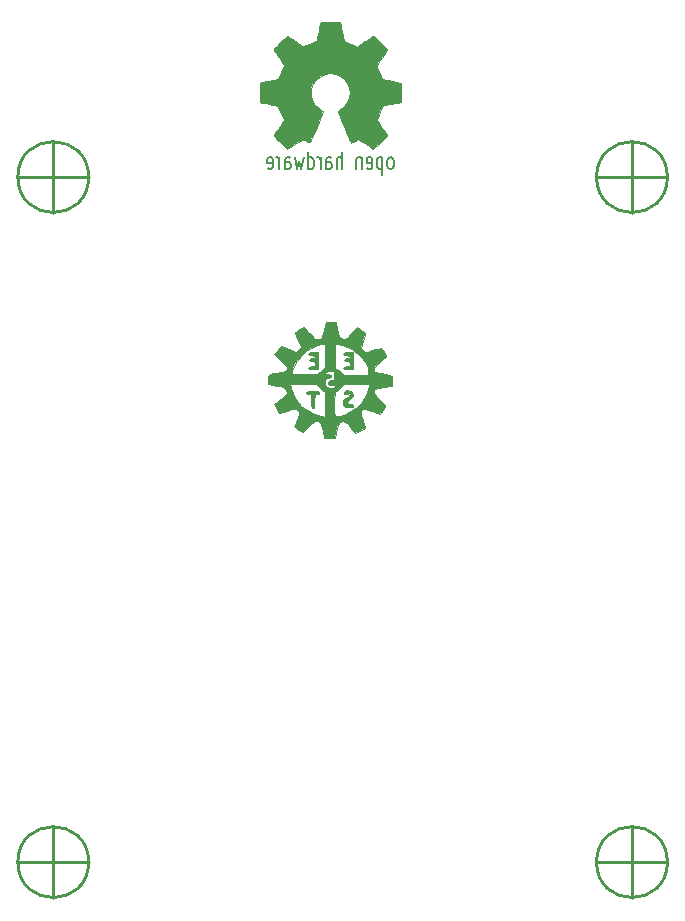
<source format=gbr>
%TF.GenerationSoftware,KiCad,Pcbnew,5.1.10-88a1d61d58~90~ubuntu20.04.1*%
%TF.CreationDate,2021-10-22T14:45:26-03:00*%
%TF.ProjectId,IAuto,49417574-6f2e-46b6-9963-61645f706362,rev?*%
%TF.SameCoordinates,Original*%
%TF.FileFunction,Legend,Bot*%
%TF.FilePolarity,Positive*%
%FSLAX46Y46*%
G04 Gerber Fmt 4.6, Leading zero omitted, Abs format (unit mm)*
G04 Created by KiCad (PCBNEW 5.1.10-88a1d61d58~90~ubuntu20.04.1) date 2021-10-22 14:45:26*
%MOMM*%
%LPD*%
G01*
G04 APERTURE LIST*
%ADD10C,0.010000*%
%ADD11C,0.002540*%
%ADD12C,0.150000*%
%ADD13C,0.254000*%
G04 APERTURE END LIST*
D10*
%TO.C,G\u002A\u002A\u002A*%
G36*
X146757449Y-76848595D02*
G01*
X146627423Y-76895668D01*
X146600334Y-76962000D01*
X146664593Y-77055931D01*
X146869678Y-77088770D01*
X146896667Y-77089000D01*
X147115840Y-77116539D01*
X147192465Y-77204433D01*
X147193000Y-77216000D01*
X147117272Y-77316826D01*
X146939000Y-77343000D01*
X146737348Y-77380864D01*
X146685000Y-77470000D01*
X146760729Y-77570826D01*
X146939000Y-77597000D01*
X147120527Y-77619781D01*
X147186935Y-77716621D01*
X147193000Y-77808666D01*
X147170860Y-77951808D01*
X147071229Y-78010407D01*
X146896667Y-78020333D01*
X146677494Y-78047873D01*
X146600870Y-78135766D01*
X146600334Y-78147333D01*
X146645653Y-78227198D01*
X146802561Y-78266206D01*
X147023667Y-78274333D01*
X147447000Y-78274333D01*
X147447000Y-76835000D01*
X147023667Y-76835000D01*
X146757449Y-76848595D01*
G37*
X146757449Y-76848595D02*
X146627423Y-76895668D01*
X146600334Y-76962000D01*
X146664593Y-77055931D01*
X146869678Y-77088770D01*
X146896667Y-77089000D01*
X147115840Y-77116539D01*
X147192465Y-77204433D01*
X147193000Y-77216000D01*
X147117272Y-77316826D01*
X146939000Y-77343000D01*
X146737348Y-77380864D01*
X146685000Y-77470000D01*
X146760729Y-77570826D01*
X146939000Y-77597000D01*
X147120527Y-77619781D01*
X147186935Y-77716621D01*
X147193000Y-77808666D01*
X147170860Y-77951808D01*
X147071229Y-78010407D01*
X146896667Y-78020333D01*
X146677494Y-78047873D01*
X146600870Y-78135766D01*
X146600334Y-78147333D01*
X146645653Y-78227198D01*
X146802561Y-78266206D01*
X147023667Y-78274333D01*
X147447000Y-78274333D01*
X147447000Y-76835000D01*
X147023667Y-76835000D01*
X146757449Y-76848595D01*
G36*
X149720782Y-76848595D02*
G01*
X149590756Y-76895668D01*
X149563667Y-76962000D01*
X149627927Y-77055931D01*
X149833012Y-77088770D01*
X149860000Y-77089000D01*
X150079174Y-77116539D01*
X150155798Y-77204433D01*
X150156334Y-77216000D01*
X150080606Y-77316826D01*
X149902334Y-77343000D01*
X149700682Y-77380864D01*
X149648334Y-77470000D01*
X149724062Y-77570826D01*
X149902334Y-77597000D01*
X150083861Y-77619781D01*
X150150268Y-77716621D01*
X150156334Y-77808666D01*
X150134194Y-77951808D01*
X150034562Y-78010407D01*
X149860000Y-78020333D01*
X149640827Y-78047873D01*
X149564203Y-78135766D01*
X149563667Y-78147333D01*
X149608987Y-78227198D01*
X149765894Y-78266206D01*
X149987000Y-78274333D01*
X150410334Y-78274333D01*
X150410334Y-76835000D01*
X149987000Y-76835000D01*
X149720782Y-76848595D01*
G37*
X149720782Y-76848595D02*
X149590756Y-76895668D01*
X149563667Y-76962000D01*
X149627927Y-77055931D01*
X149833012Y-77088770D01*
X149860000Y-77089000D01*
X150079174Y-77116539D01*
X150155798Y-77204433D01*
X150156334Y-77216000D01*
X150080606Y-77316826D01*
X149902334Y-77343000D01*
X149700682Y-77380864D01*
X149648334Y-77470000D01*
X149724062Y-77570826D01*
X149902334Y-77597000D01*
X150083861Y-77619781D01*
X150150268Y-77716621D01*
X150156334Y-77808666D01*
X150134194Y-77951808D01*
X150034562Y-78010407D01*
X149860000Y-78020333D01*
X149640827Y-78047873D01*
X149564203Y-78135766D01*
X149563667Y-78147333D01*
X149608987Y-78227198D01*
X149765894Y-78266206D01*
X149987000Y-78274333D01*
X150410334Y-78274333D01*
X150410334Y-76835000D01*
X149987000Y-76835000D01*
X149720782Y-76848595D01*
G36*
X149687388Y-80115294D02*
G01*
X149582465Y-80228382D01*
X149580177Y-80238378D01*
X149587883Y-80329010D01*
X149686210Y-80352928D01*
X149866013Y-80331289D01*
X150070814Y-80310767D01*
X150145254Y-80345636D01*
X150139844Y-80399244D01*
X150037738Y-80530035D01*
X149925844Y-80605972D01*
X149625550Y-80803287D01*
X149489956Y-81007700D01*
X149520780Y-81214831D01*
X149633834Y-81351544D01*
X149812479Y-81444026D01*
X150047162Y-81489778D01*
X150260042Y-81479754D01*
X150353889Y-81435222D01*
X150418813Y-81304869D01*
X150333185Y-81216172D01*
X150113850Y-81185230D01*
X150092834Y-81185676D01*
X149859200Y-81162962D01*
X149781004Y-81085509D01*
X149859119Y-80967728D01*
X150071667Y-80835205D01*
X150307803Y-80658441D01*
X150395306Y-80452220D01*
X150326156Y-80241897D01*
X150277220Y-80185314D01*
X150099681Y-80088819D01*
X149881432Y-80067126D01*
X149687388Y-80115294D01*
G37*
X149687388Y-80115294D02*
X149582465Y-80228382D01*
X149580177Y-80238378D01*
X149587883Y-80329010D01*
X149686210Y-80352928D01*
X149866013Y-80331289D01*
X150070814Y-80310767D01*
X150145254Y-80345636D01*
X150139844Y-80399244D01*
X150037738Y-80530035D01*
X149925844Y-80605972D01*
X149625550Y-80803287D01*
X149489956Y-81007700D01*
X149520780Y-81214831D01*
X149633834Y-81351544D01*
X149812479Y-81444026D01*
X150047162Y-81489778D01*
X150260042Y-81479754D01*
X150353889Y-81435222D01*
X150418813Y-81304869D01*
X150333185Y-81216172D01*
X150113850Y-81185230D01*
X150092834Y-81185676D01*
X149859200Y-81162962D01*
X149781004Y-81085509D01*
X149859119Y-80967728D01*
X150071667Y-80835205D01*
X150307803Y-80658441D01*
X150395306Y-80452220D01*
X150326156Y-80241897D01*
X150277220Y-80185314D01*
X150099681Y-80088819D01*
X149881432Y-80067126D01*
X149687388Y-80115294D01*
G36*
X146672644Y-80145478D02*
G01*
X146501072Y-80175774D01*
X146435030Y-80235177D01*
X146431000Y-80264000D01*
X146504601Y-80366143D01*
X146642667Y-80391000D01*
X146753251Y-80399715D01*
X146816541Y-80450459D01*
X146845714Y-80580132D01*
X146853948Y-80825631D01*
X146854334Y-80983666D01*
X146861803Y-81305672D01*
X146888658Y-81489966D01*
X146941574Y-81567692D01*
X146981334Y-81576333D01*
X147050335Y-81541478D01*
X147089827Y-81416153D01*
X147106482Y-81169212D01*
X147108334Y-80983666D01*
X147111446Y-80674030D01*
X147129570Y-80496819D01*
X147175881Y-80415135D01*
X147263559Y-80392078D01*
X147320000Y-80391000D01*
X147490239Y-80346839D01*
X147531667Y-80264000D01*
X147494927Y-80192763D01*
X147363645Y-80153170D01*
X147106232Y-80137929D01*
X146981334Y-80137000D01*
X146672644Y-80145478D01*
G37*
X146672644Y-80145478D02*
X146501072Y-80175774D01*
X146435030Y-80235177D01*
X146431000Y-80264000D01*
X146504601Y-80366143D01*
X146642667Y-80391000D01*
X146753251Y-80399715D01*
X146816541Y-80450459D01*
X146845714Y-80580132D01*
X146853948Y-80825631D01*
X146854334Y-80983666D01*
X146861803Y-81305672D01*
X146888658Y-81489966D01*
X146941574Y-81567692D01*
X146981334Y-81576333D01*
X147050335Y-81541478D01*
X147089827Y-81416153D01*
X147106482Y-81169212D01*
X147108334Y-80983666D01*
X147111446Y-80674030D01*
X147129570Y-80496819D01*
X147175881Y-80415135D01*
X147263559Y-80392078D01*
X147320000Y-80391000D01*
X147490239Y-80346839D01*
X147531667Y-80264000D01*
X147494927Y-80192763D01*
X147363645Y-80153170D01*
X147106232Y-80137929D01*
X146981334Y-80137000D01*
X146672644Y-80145478D01*
G36*
X147923639Y-74969143D02*
G01*
X147849067Y-75302223D01*
X147787211Y-75505779D01*
X147716578Y-75616132D01*
X147615676Y-75669600D01*
X147492977Y-75696902D01*
X147317701Y-75714745D01*
X147178841Y-75671227D01*
X147023692Y-75539562D01*
X146882591Y-75386683D01*
X146603605Y-75077565D01*
X146413617Y-74877459D01*
X146291991Y-74766328D01*
X146218094Y-74724130D01*
X146198167Y-74722005D01*
X146087882Y-74763878D01*
X145901938Y-74860916D01*
X145698380Y-74979466D01*
X145535251Y-75085872D01*
X145470895Y-75143692D01*
X145493941Y-75237720D01*
X145567218Y-75447196D01*
X145676172Y-75731117D01*
X145705165Y-75803676D01*
X145952996Y-76419300D01*
X145767284Y-76605012D01*
X145581572Y-76790725D01*
X144926786Y-76554410D01*
X144272000Y-76318096D01*
X143998093Y-76640048D01*
X143840119Y-76834364D01*
X143740528Y-76973445D01*
X143722927Y-77010464D01*
X143781493Y-77084705D01*
X143938766Y-77240809D01*
X144165253Y-77450008D01*
X144261062Y-77535435D01*
X144531785Y-77784424D01*
X144690342Y-77961272D01*
X144759102Y-78096671D01*
X144760537Y-78220764D01*
X144721273Y-78340781D01*
X144635895Y-78423791D01*
X144470865Y-78484025D01*
X144192645Y-78535709D01*
X143933334Y-78571707D01*
X143586082Y-78620500D01*
X143373578Y-78672015D01*
X143262733Y-78751445D01*
X143220459Y-78883986D01*
X143213669Y-79094831D01*
X143213667Y-79119689D01*
X143213667Y-79530301D01*
X143641168Y-79621984D01*
X143931647Y-79675948D01*
X144183906Y-79708898D01*
X144270120Y-79713666D01*
X144470603Y-79765554D01*
X144648561Y-79888657D01*
X144736392Y-80034137D01*
X144737667Y-80051456D01*
X144765327Y-80189866D01*
X144782179Y-80239146D01*
X144738823Y-80351398D01*
X144562046Y-80532134D01*
X144274179Y-80760824D01*
X144018025Y-80953685D01*
X143824943Y-81108161D01*
X143727430Y-81197940D01*
X143721667Y-81208176D01*
X143760906Y-81299074D01*
X143861068Y-81485055D01*
X143936355Y-81616183D01*
X144151043Y-81982520D01*
X144821424Y-81762747D01*
X145151152Y-81657019D01*
X145361076Y-81602175D01*
X145491910Y-81595177D01*
X145584367Y-81632984D01*
X145665070Y-81699776D01*
X145778503Y-81819445D01*
X145824197Y-81941406D01*
X145800212Y-82108252D01*
X145704604Y-82362572D01*
X145626667Y-82541879D01*
X145515096Y-82804896D01*
X145438404Y-83006222D01*
X145415000Y-83091496D01*
X145479764Y-83175415D01*
X145644835Y-83310294D01*
X145764267Y-83393631D01*
X146113533Y-83624764D01*
X146636005Y-83106935D01*
X146891844Y-82858250D01*
X147064953Y-82711519D01*
X147190524Y-82647170D01*
X147303748Y-82645630D01*
X147409628Y-82676658D01*
X147538045Y-82734874D01*
X147627995Y-82827389D01*
X147699675Y-82992463D01*
X147773280Y-83268351D01*
X147812732Y-83440271D01*
X147964686Y-84116333D01*
X148874328Y-84116333D01*
X148970360Y-83629500D01*
X149054258Y-83229407D01*
X149127258Y-82964771D01*
X149204455Y-82803721D01*
X149300942Y-82714386D01*
X149426523Y-82666299D01*
X149571962Y-82658071D01*
X149727686Y-82723976D01*
X149915317Y-82881547D01*
X150156481Y-83148318D01*
X150414466Y-83467356D01*
X150581691Y-83679948D01*
X150982846Y-83460498D01*
X151208917Y-83336493D01*
X151363447Y-83251100D01*
X151404364Y-83227938D01*
X151388799Y-83147779D01*
X151329548Y-82945897D01*
X151238095Y-82660660D01*
X151203404Y-82556559D01*
X151096263Y-82231289D01*
X151040935Y-82025831D01*
X151034464Y-81899763D01*
X151073892Y-81812668D01*
X151143440Y-81736931D01*
X151228973Y-81660397D01*
X151318413Y-81626628D01*
X151451705Y-81638687D01*
X151668794Y-81699640D01*
X151974289Y-81800668D01*
X152643780Y-82025765D01*
X152881724Y-81740747D01*
X153027830Y-81547284D01*
X153112125Y-81399965D01*
X153120262Y-81367864D01*
X153061523Y-81273957D01*
X152904822Y-81101728D01*
X152680331Y-80883566D01*
X152604640Y-80814333D01*
X152347320Y-80574275D01*
X152198721Y-80407469D01*
X152136316Y-80280174D01*
X152137582Y-80158644D01*
X152145045Y-80125845D01*
X152184971Y-80016506D01*
X152261529Y-79941057D01*
X152409993Y-79884383D01*
X152665638Y-79831367D01*
X152935833Y-79786981D01*
X153670000Y-79670938D01*
X153677403Y-79544333D01*
X151768227Y-79544333D01*
X151713200Y-79777166D01*
X151476172Y-80444016D01*
X151107907Y-81039903D01*
X150630421Y-81540522D01*
X150065732Y-81921566D01*
X149595503Y-82115096D01*
X149278160Y-82211169D01*
X149059032Y-82256588D01*
X148919965Y-82230318D01*
X148842808Y-82111329D01*
X148809406Y-81878586D01*
X148801606Y-81511057D01*
X148801660Y-81228666D01*
X148039667Y-81228666D01*
X148039667Y-82320333D01*
X147695127Y-82242920D01*
X147431246Y-82161452D01*
X147101068Y-82029805D01*
X146845955Y-81910770D01*
X146518748Y-81724669D01*
X146199880Y-81509654D01*
X146017786Y-81363736D01*
X145755984Y-81068420D01*
X145495885Y-80678063D01*
X145275984Y-80258956D01*
X145134776Y-79877388D01*
X145121042Y-79819500D01*
X145062879Y-79544333D01*
X147214810Y-79544333D01*
X147542816Y-79840666D01*
X147744106Y-80008939D01*
X147901427Y-80116307D01*
X147955244Y-80137000D01*
X147991300Y-80218552D01*
X148018307Y-80451094D01*
X148034861Y-80816457D01*
X148039667Y-81228666D01*
X148801660Y-81228666D01*
X148801667Y-81195333D01*
X148805196Y-80741223D01*
X148817565Y-80432408D01*
X148841446Y-80244962D01*
X148879512Y-80154957D01*
X148919896Y-80137000D01*
X149042897Y-80077565D01*
X149217009Y-79927350D01*
X149298310Y-79840666D01*
X149443075Y-79675787D01*
X148886334Y-79675787D01*
X148816129Y-79805246D01*
X148640325Y-79868288D01*
X148411138Y-79859881D01*
X148180786Y-79774993D01*
X148138415Y-79747866D01*
X147994723Y-79586976D01*
X147970492Y-79355594D01*
X147971409Y-79345699D01*
X148022788Y-79145699D01*
X148162172Y-79035924D01*
X148272500Y-78997657D01*
X148478317Y-78902109D01*
X148542307Y-78799254D01*
X148462218Y-78721036D01*
X148293667Y-78697666D01*
X148092015Y-78659802D01*
X148039667Y-78570666D01*
X148089529Y-78486959D01*
X148259070Y-78448830D01*
X148420667Y-78443666D01*
X148801667Y-78443666D01*
X148801667Y-78819302D01*
X148793542Y-79052440D01*
X148746470Y-79166072D01*
X148626409Y-79209954D01*
X148526500Y-79221468D01*
X148327203Y-79267940D01*
X148254472Y-79373149D01*
X148251334Y-79417333D01*
X148279966Y-79529533D01*
X148396116Y-79574168D01*
X148568834Y-79577009D01*
X148802492Y-79596785D01*
X148886249Y-79672435D01*
X148886334Y-79675787D01*
X149443075Y-79675787D01*
X149558494Y-79544333D01*
X151768227Y-79544333D01*
X153677403Y-79544333D01*
X153695027Y-79242935D01*
X153720053Y-78814933D01*
X153144693Y-78705364D01*
X152739338Y-78627053D01*
X152470454Y-78568236D01*
X152308146Y-78516828D01*
X152256785Y-78483185D01*
X151680334Y-78483185D01*
X151680334Y-78782333D01*
X149591843Y-78782333D01*
X149239088Y-78456672D01*
X148886334Y-78131011D01*
X148886334Y-77118722D01*
X148039667Y-77118722D01*
X148039667Y-78175855D01*
X147743334Y-78359000D01*
X147557800Y-78491450D01*
X147454576Y-78599677D01*
X147447000Y-78622362D01*
X147366214Y-78653165D01*
X147138880Y-78673655D01*
X146787534Y-78682698D01*
X146334713Y-78679156D01*
X146325167Y-78678957D01*
X145203334Y-78655333D01*
X145229779Y-78409267D01*
X145350252Y-77982126D01*
X145603143Y-77540188D01*
X145957714Y-77113976D01*
X146383225Y-76734013D01*
X146848938Y-76430819D01*
X147324115Y-76234918D01*
X147450367Y-76204315D01*
X147694378Y-76151654D01*
X147884730Y-76105191D01*
X147891500Y-76103306D01*
X147953114Y-76099226D01*
X147994889Y-76145317D01*
X148020620Y-76267590D01*
X148034101Y-76492051D01*
X148039129Y-76844711D01*
X148039667Y-77118722D01*
X148886334Y-77118722D01*
X148886334Y-76157666D01*
X149094824Y-76157666D01*
X149425471Y-76212654D01*
X149829107Y-76362435D01*
X150256853Y-76584234D01*
X150659832Y-76855276D01*
X150754533Y-76931015D01*
X151161486Y-77333794D01*
X151463483Y-77766372D01*
X151640849Y-78195758D01*
X151680334Y-78483185D01*
X152256785Y-78483185D01*
X152222524Y-78460744D01*
X152183693Y-78387902D01*
X152166308Y-78309846D01*
X152169848Y-78179039D01*
X152249238Y-78039668D01*
X152428688Y-77858368D01*
X152602283Y-77709048D01*
X152844611Y-77506753D01*
X153038097Y-77345063D01*
X153143862Y-77256467D01*
X153147694Y-77253236D01*
X153154098Y-77150023D01*
X153090829Y-76955010D01*
X153035893Y-76836749D01*
X152915042Y-76620824D01*
X152807728Y-76522696D01*
X152657602Y-76505922D01*
X152542200Y-76517460D01*
X152269817Y-76573126D01*
X151949590Y-76668973D01*
X151828098Y-76713529D01*
X151425528Y-76871823D01*
X151049454Y-76495749D01*
X151248005Y-75912542D01*
X151341316Y-75613784D01*
X151401197Y-75372903D01*
X151415785Y-75238321D01*
X151414494Y-75233146D01*
X151327556Y-75135683D01*
X151143796Y-74998455D01*
X151034491Y-74929470D01*
X150686552Y-74721985D01*
X150239316Y-75236183D01*
X150009227Y-75492914D01*
X149849242Y-75641523D01*
X149723197Y-75705722D01*
X149594928Y-75709226D01*
X149533915Y-75698749D01*
X149371518Y-75657216D01*
X149262582Y-75587559D01*
X149186458Y-75454584D01*
X149122498Y-75223095D01*
X149054529Y-74881636D01*
X148943839Y-74295000D01*
X148068505Y-74295000D01*
X147923639Y-74969143D01*
G37*
X147923639Y-74969143D02*
X147849067Y-75302223D01*
X147787211Y-75505779D01*
X147716578Y-75616132D01*
X147615676Y-75669600D01*
X147492977Y-75696902D01*
X147317701Y-75714745D01*
X147178841Y-75671227D01*
X147023692Y-75539562D01*
X146882591Y-75386683D01*
X146603605Y-75077565D01*
X146413617Y-74877459D01*
X146291991Y-74766328D01*
X146218094Y-74724130D01*
X146198167Y-74722005D01*
X146087882Y-74763878D01*
X145901938Y-74860916D01*
X145698380Y-74979466D01*
X145535251Y-75085872D01*
X145470895Y-75143692D01*
X145493941Y-75237720D01*
X145567218Y-75447196D01*
X145676172Y-75731117D01*
X145705165Y-75803676D01*
X145952996Y-76419300D01*
X145767284Y-76605012D01*
X145581572Y-76790725D01*
X144926786Y-76554410D01*
X144272000Y-76318096D01*
X143998093Y-76640048D01*
X143840119Y-76834364D01*
X143740528Y-76973445D01*
X143722927Y-77010464D01*
X143781493Y-77084705D01*
X143938766Y-77240809D01*
X144165253Y-77450008D01*
X144261062Y-77535435D01*
X144531785Y-77784424D01*
X144690342Y-77961272D01*
X144759102Y-78096671D01*
X144760537Y-78220764D01*
X144721273Y-78340781D01*
X144635895Y-78423791D01*
X144470865Y-78484025D01*
X144192645Y-78535709D01*
X143933334Y-78571707D01*
X143586082Y-78620500D01*
X143373578Y-78672015D01*
X143262733Y-78751445D01*
X143220459Y-78883986D01*
X143213669Y-79094831D01*
X143213667Y-79119689D01*
X143213667Y-79530301D01*
X143641168Y-79621984D01*
X143931647Y-79675948D01*
X144183906Y-79708898D01*
X144270120Y-79713666D01*
X144470603Y-79765554D01*
X144648561Y-79888657D01*
X144736392Y-80034137D01*
X144737667Y-80051456D01*
X144765327Y-80189866D01*
X144782179Y-80239146D01*
X144738823Y-80351398D01*
X144562046Y-80532134D01*
X144274179Y-80760824D01*
X144018025Y-80953685D01*
X143824943Y-81108161D01*
X143727430Y-81197940D01*
X143721667Y-81208176D01*
X143760906Y-81299074D01*
X143861068Y-81485055D01*
X143936355Y-81616183D01*
X144151043Y-81982520D01*
X144821424Y-81762747D01*
X145151152Y-81657019D01*
X145361076Y-81602175D01*
X145491910Y-81595177D01*
X145584367Y-81632984D01*
X145665070Y-81699776D01*
X145778503Y-81819445D01*
X145824197Y-81941406D01*
X145800212Y-82108252D01*
X145704604Y-82362572D01*
X145626667Y-82541879D01*
X145515096Y-82804896D01*
X145438404Y-83006222D01*
X145415000Y-83091496D01*
X145479764Y-83175415D01*
X145644835Y-83310294D01*
X145764267Y-83393631D01*
X146113533Y-83624764D01*
X146636005Y-83106935D01*
X146891844Y-82858250D01*
X147064953Y-82711519D01*
X147190524Y-82647170D01*
X147303748Y-82645630D01*
X147409628Y-82676658D01*
X147538045Y-82734874D01*
X147627995Y-82827389D01*
X147699675Y-82992463D01*
X147773280Y-83268351D01*
X147812732Y-83440271D01*
X147964686Y-84116333D01*
X148874328Y-84116333D01*
X148970360Y-83629500D01*
X149054258Y-83229407D01*
X149127258Y-82964771D01*
X149204455Y-82803721D01*
X149300942Y-82714386D01*
X149426523Y-82666299D01*
X149571962Y-82658071D01*
X149727686Y-82723976D01*
X149915317Y-82881547D01*
X150156481Y-83148318D01*
X150414466Y-83467356D01*
X150581691Y-83679948D01*
X150982846Y-83460498D01*
X151208917Y-83336493D01*
X151363447Y-83251100D01*
X151404364Y-83227938D01*
X151388799Y-83147779D01*
X151329548Y-82945897D01*
X151238095Y-82660660D01*
X151203404Y-82556559D01*
X151096263Y-82231289D01*
X151040935Y-82025831D01*
X151034464Y-81899763D01*
X151073892Y-81812668D01*
X151143440Y-81736931D01*
X151228973Y-81660397D01*
X151318413Y-81626628D01*
X151451705Y-81638687D01*
X151668794Y-81699640D01*
X151974289Y-81800668D01*
X152643780Y-82025765D01*
X152881724Y-81740747D01*
X153027830Y-81547284D01*
X153112125Y-81399965D01*
X153120262Y-81367864D01*
X153061523Y-81273957D01*
X152904822Y-81101728D01*
X152680331Y-80883566D01*
X152604640Y-80814333D01*
X152347320Y-80574275D01*
X152198721Y-80407469D01*
X152136316Y-80280174D01*
X152137582Y-80158644D01*
X152145045Y-80125845D01*
X152184971Y-80016506D01*
X152261529Y-79941057D01*
X152409993Y-79884383D01*
X152665638Y-79831367D01*
X152935833Y-79786981D01*
X153670000Y-79670938D01*
X153677403Y-79544333D01*
X151768227Y-79544333D01*
X151713200Y-79777166D01*
X151476172Y-80444016D01*
X151107907Y-81039903D01*
X150630421Y-81540522D01*
X150065732Y-81921566D01*
X149595503Y-82115096D01*
X149278160Y-82211169D01*
X149059032Y-82256588D01*
X148919965Y-82230318D01*
X148842808Y-82111329D01*
X148809406Y-81878586D01*
X148801606Y-81511057D01*
X148801660Y-81228666D01*
X148039667Y-81228666D01*
X148039667Y-82320333D01*
X147695127Y-82242920D01*
X147431246Y-82161452D01*
X147101068Y-82029805D01*
X146845955Y-81910770D01*
X146518748Y-81724669D01*
X146199880Y-81509654D01*
X146017786Y-81363736D01*
X145755984Y-81068420D01*
X145495885Y-80678063D01*
X145275984Y-80258956D01*
X145134776Y-79877388D01*
X145121042Y-79819500D01*
X145062879Y-79544333D01*
X147214810Y-79544333D01*
X147542816Y-79840666D01*
X147744106Y-80008939D01*
X147901427Y-80116307D01*
X147955244Y-80137000D01*
X147991300Y-80218552D01*
X148018307Y-80451094D01*
X148034861Y-80816457D01*
X148039667Y-81228666D01*
X148801660Y-81228666D01*
X148801667Y-81195333D01*
X148805196Y-80741223D01*
X148817565Y-80432408D01*
X148841446Y-80244962D01*
X148879512Y-80154957D01*
X148919896Y-80137000D01*
X149042897Y-80077565D01*
X149217009Y-79927350D01*
X149298310Y-79840666D01*
X149443075Y-79675787D01*
X148886334Y-79675787D01*
X148816129Y-79805246D01*
X148640325Y-79868288D01*
X148411138Y-79859881D01*
X148180786Y-79774993D01*
X148138415Y-79747866D01*
X147994723Y-79586976D01*
X147970492Y-79355594D01*
X147971409Y-79345699D01*
X148022788Y-79145699D01*
X148162172Y-79035924D01*
X148272500Y-78997657D01*
X148478317Y-78902109D01*
X148542307Y-78799254D01*
X148462218Y-78721036D01*
X148293667Y-78697666D01*
X148092015Y-78659802D01*
X148039667Y-78570666D01*
X148089529Y-78486959D01*
X148259070Y-78448830D01*
X148420667Y-78443666D01*
X148801667Y-78443666D01*
X148801667Y-78819302D01*
X148793542Y-79052440D01*
X148746470Y-79166072D01*
X148626409Y-79209954D01*
X148526500Y-79221468D01*
X148327203Y-79267940D01*
X148254472Y-79373149D01*
X148251334Y-79417333D01*
X148279966Y-79529533D01*
X148396116Y-79574168D01*
X148568834Y-79577009D01*
X148802492Y-79596785D01*
X148886249Y-79672435D01*
X148886334Y-79675787D01*
X149443075Y-79675787D01*
X149558494Y-79544333D01*
X151768227Y-79544333D01*
X153677403Y-79544333D01*
X153695027Y-79242935D01*
X153720053Y-78814933D01*
X153144693Y-78705364D01*
X152739338Y-78627053D01*
X152470454Y-78568236D01*
X152308146Y-78516828D01*
X152256785Y-78483185D01*
X151680334Y-78483185D01*
X151680334Y-78782333D01*
X149591843Y-78782333D01*
X149239088Y-78456672D01*
X148886334Y-78131011D01*
X148886334Y-77118722D01*
X148039667Y-77118722D01*
X148039667Y-78175855D01*
X147743334Y-78359000D01*
X147557800Y-78491450D01*
X147454576Y-78599677D01*
X147447000Y-78622362D01*
X147366214Y-78653165D01*
X147138880Y-78673655D01*
X146787534Y-78682698D01*
X146334713Y-78679156D01*
X146325167Y-78678957D01*
X145203334Y-78655333D01*
X145229779Y-78409267D01*
X145350252Y-77982126D01*
X145603143Y-77540188D01*
X145957714Y-77113976D01*
X146383225Y-76734013D01*
X146848938Y-76430819D01*
X147324115Y-76234918D01*
X147450367Y-76204315D01*
X147694378Y-76151654D01*
X147884730Y-76105191D01*
X147891500Y-76103306D01*
X147953114Y-76099226D01*
X147994889Y-76145317D01*
X148020620Y-76267590D01*
X148034101Y-76492051D01*
X148039129Y-76844711D01*
X148039667Y-77118722D01*
X148886334Y-77118722D01*
X148886334Y-76157666D01*
X149094824Y-76157666D01*
X149425471Y-76212654D01*
X149829107Y-76362435D01*
X150256853Y-76584234D01*
X150659832Y-76855276D01*
X150754533Y-76931015D01*
X151161486Y-77333794D01*
X151463483Y-77766372D01*
X151640849Y-78195758D01*
X151680334Y-78483185D01*
X152256785Y-78483185D01*
X152222524Y-78460744D01*
X152183693Y-78387902D01*
X152166308Y-78309846D01*
X152169848Y-78179039D01*
X152249238Y-78039668D01*
X152428688Y-77858368D01*
X152602283Y-77709048D01*
X152844611Y-77506753D01*
X153038097Y-77345063D01*
X153143862Y-77256467D01*
X153147694Y-77253236D01*
X153154098Y-77150023D01*
X153090829Y-76955010D01*
X153035893Y-76836749D01*
X152915042Y-76620824D01*
X152807728Y-76522696D01*
X152657602Y-76505922D01*
X152542200Y-76517460D01*
X152269817Y-76573126D01*
X151949590Y-76668973D01*
X151828098Y-76713529D01*
X151425528Y-76871823D01*
X151049454Y-76495749D01*
X151248005Y-75912542D01*
X151341316Y-75613784D01*
X151401197Y-75372903D01*
X151415785Y-75238321D01*
X151414494Y-75233146D01*
X151327556Y-75135683D01*
X151143796Y-74998455D01*
X151034491Y-74929470D01*
X150686552Y-74721985D01*
X150239316Y-75236183D01*
X150009227Y-75492914D01*
X149849242Y-75641523D01*
X149723197Y-75705722D01*
X149594928Y-75709226D01*
X149533915Y-75698749D01*
X149371518Y-75657216D01*
X149262582Y-75587559D01*
X149186458Y-75454584D01*
X149122498Y-75223095D01*
X149054529Y-74881636D01*
X148943839Y-74295000D01*
X148068505Y-74295000D01*
X147923639Y-74969143D01*
D11*
G36*
X152100280Y-59618880D02*
G01*
X152036780Y-59585860D01*
X151897080Y-59496960D01*
X151696420Y-59367420D01*
X151460200Y-59207400D01*
X151221440Y-59047380D01*
X151025860Y-58915300D01*
X150888700Y-58828940D01*
X150832820Y-58795920D01*
X150802340Y-58806080D01*
X150688040Y-58861960D01*
X150525480Y-58948320D01*
X150428960Y-58996580D01*
X150279100Y-59062620D01*
X150205440Y-59075320D01*
X150192740Y-59055000D01*
X150136860Y-58938160D01*
X150050500Y-58742580D01*
X149936200Y-58480960D01*
X149806660Y-58178700D01*
X149669500Y-57848500D01*
X149529800Y-57513220D01*
X149397720Y-57195720D01*
X149278340Y-56908700D01*
X149184360Y-56675020D01*
X149123400Y-56512460D01*
X149100540Y-56441340D01*
X149108160Y-56426100D01*
X149181820Y-56354980D01*
X149313900Y-56255920D01*
X149598380Y-56024780D01*
X149877780Y-55674260D01*
X150047960Y-55278020D01*
X150106380Y-54836060D01*
X150058120Y-54427120D01*
X149895560Y-54033420D01*
X149621240Y-53680360D01*
X149288500Y-53416200D01*
X148899880Y-53251100D01*
X148463000Y-53195220D01*
X148043900Y-53243480D01*
X147642580Y-53400960D01*
X147289520Y-53670200D01*
X147139660Y-53842920D01*
X146933920Y-54201060D01*
X146817080Y-54587140D01*
X146804380Y-54683660D01*
X146822160Y-55105300D01*
X146946620Y-55509160D01*
X147167600Y-55869840D01*
X147477480Y-56167020D01*
X147515580Y-56194960D01*
X147660360Y-56301640D01*
X147754340Y-56375300D01*
X147830540Y-56436260D01*
X147294600Y-57729120D01*
X147208240Y-57934860D01*
X147060920Y-58285380D01*
X146931380Y-58590180D01*
X146827240Y-58834020D01*
X146756120Y-58994040D01*
X146725640Y-59060080D01*
X146720560Y-59062620D01*
X146674840Y-59070240D01*
X146575780Y-59034680D01*
X146395440Y-58948320D01*
X146276060Y-58887360D01*
X146138900Y-58821320D01*
X146077940Y-58795920D01*
X146024600Y-58823860D01*
X145892520Y-58910220D01*
X145702020Y-59039760D01*
X145470880Y-59194700D01*
X145249900Y-59344560D01*
X145046700Y-59479180D01*
X144899380Y-59573160D01*
X144828260Y-59611260D01*
X144818100Y-59611260D01*
X144754600Y-59575700D01*
X144637760Y-59479180D01*
X144462500Y-59311540D01*
X144213580Y-59067700D01*
X144175480Y-59029600D01*
X143969740Y-58821320D01*
X143804640Y-58646060D01*
X143692880Y-58521600D01*
X143652240Y-58465720D01*
X143690340Y-58394600D01*
X143781780Y-58247280D01*
X143916400Y-58044080D01*
X144078960Y-57802780D01*
X144508220Y-57183020D01*
X144272000Y-56596280D01*
X144200880Y-56415940D01*
X144109440Y-56197500D01*
X144040860Y-56042560D01*
X144005300Y-55973980D01*
X143941800Y-55951120D01*
X143781780Y-55913020D01*
X143548100Y-55864760D01*
X143271240Y-55813960D01*
X143007080Y-55765700D01*
X142768320Y-55719980D01*
X142595600Y-55686960D01*
X142516860Y-55671720D01*
X142499080Y-55659020D01*
X142483840Y-55620920D01*
X142473680Y-55539640D01*
X142468600Y-55394860D01*
X142463520Y-55166260D01*
X142463520Y-54836060D01*
X142463520Y-54800500D01*
X142468600Y-54485540D01*
X142473680Y-54234080D01*
X142481300Y-54068980D01*
X142494000Y-54002940D01*
X142567660Y-53985160D01*
X142737840Y-53949600D01*
X142976600Y-53901340D01*
X143261080Y-53848000D01*
X143278860Y-53845460D01*
X143563340Y-53789580D01*
X143799560Y-53741320D01*
X143967200Y-53703220D01*
X144035780Y-53680360D01*
X144051020Y-53660040D01*
X144109440Y-53548280D01*
X144190720Y-53373020D01*
X144284700Y-53159660D01*
X144376140Y-52936140D01*
X144457420Y-52735480D01*
X144510760Y-52585620D01*
X144526000Y-52517040D01*
X144482820Y-52448460D01*
X144386300Y-52301140D01*
X144246600Y-52097940D01*
X144081500Y-51856640D01*
X144068800Y-51836320D01*
X143906240Y-51597560D01*
X143774160Y-51394360D01*
X143685260Y-51249580D01*
X143652240Y-51186080D01*
X143652240Y-51181000D01*
X143708120Y-51109880D01*
X143830040Y-50972720D01*
X144005300Y-50789840D01*
X144213580Y-50579020D01*
X144282160Y-50512980D01*
X144513300Y-50284380D01*
X144675860Y-50137060D01*
X144777460Y-50055780D01*
X144825720Y-50038000D01*
X144828260Y-50040540D01*
X144899380Y-50083720D01*
X145051780Y-50182780D01*
X145257520Y-50322480D01*
X145501360Y-50487580D01*
X145516600Y-50497740D01*
X145757900Y-50660300D01*
X145956020Y-50797460D01*
X146098260Y-50891440D01*
X146161760Y-50927000D01*
X146171920Y-50927000D01*
X146268440Y-50899060D01*
X146438620Y-50840640D01*
X146649440Y-50759360D01*
X146870420Y-50670460D01*
X147073620Y-50584100D01*
X147223480Y-50515520D01*
X147294600Y-50474880D01*
X147297140Y-50472340D01*
X147322540Y-50385980D01*
X147363180Y-50205640D01*
X147416520Y-49959260D01*
X147469860Y-49664620D01*
X147480020Y-49618900D01*
X147533360Y-49331880D01*
X147579080Y-49095660D01*
X147614640Y-48933100D01*
X147629880Y-48864520D01*
X147670520Y-48856900D01*
X147810220Y-48846740D01*
X148023580Y-48839120D01*
X148282660Y-48836580D01*
X148554440Y-48839120D01*
X148818600Y-48844200D01*
X149044660Y-48851820D01*
X149207220Y-48864520D01*
X149275800Y-48877220D01*
X149278340Y-48882300D01*
X149301200Y-48971200D01*
X149341840Y-49149000D01*
X149392640Y-49397920D01*
X149448520Y-49692560D01*
X149458680Y-49745900D01*
X149512020Y-50030380D01*
X149560280Y-50264060D01*
X149595840Y-50424080D01*
X149613620Y-50487580D01*
X149639020Y-50500280D01*
X149755860Y-50553620D01*
X149946360Y-50632360D01*
X150185120Y-50728880D01*
X150733760Y-50949860D01*
X151406860Y-50487580D01*
X151467820Y-50446940D01*
X151711660Y-50281840D01*
X151909780Y-50149760D01*
X152049480Y-50060860D01*
X152105360Y-50027840D01*
X152110440Y-50030380D01*
X152179020Y-50088800D01*
X152311100Y-50213260D01*
X152493980Y-50391060D01*
X152704800Y-50601880D01*
X152862280Y-50759360D01*
X153047700Y-50947320D01*
X153164540Y-51074320D01*
X153230580Y-51155600D01*
X153253440Y-51206400D01*
X153245820Y-51239420D01*
X153202640Y-51308000D01*
X153103580Y-51455320D01*
X152966420Y-51661060D01*
X152801320Y-51897280D01*
X152666700Y-52097940D01*
X152519380Y-52324000D01*
X152425400Y-52484020D01*
X152392380Y-52562760D01*
X152400000Y-52595780D01*
X152448260Y-52727860D01*
X152527000Y-52928520D01*
X152628600Y-53164740D01*
X152862280Y-53698140D01*
X153212800Y-53764180D01*
X153423620Y-53804820D01*
X153720800Y-53863240D01*
X154005280Y-53916580D01*
X154447240Y-54002940D01*
X154462480Y-55628540D01*
X154393900Y-55659020D01*
X154327860Y-55676800D01*
X154165300Y-55712360D01*
X153931620Y-55758080D01*
X153654760Y-55811420D01*
X153418540Y-55854600D01*
X153182320Y-55900320D01*
X153012140Y-55933340D01*
X152935940Y-55948580D01*
X152918160Y-55973980D01*
X152857200Y-56090820D01*
X152773380Y-56271160D01*
X152679400Y-56492140D01*
X152585420Y-56718200D01*
X152501600Y-56929020D01*
X152443180Y-57089040D01*
X152420320Y-57172860D01*
X152453340Y-57233820D01*
X152542240Y-57373520D01*
X152674320Y-57571640D01*
X152834340Y-57807860D01*
X152996900Y-58044080D01*
X153131520Y-58244740D01*
X153228040Y-58389520D01*
X153266140Y-58455560D01*
X153245820Y-58501280D01*
X153151840Y-58615580D01*
X152974040Y-58798460D01*
X152709880Y-59060080D01*
X152666700Y-59103260D01*
X152455880Y-59303920D01*
X152278080Y-59469020D01*
X152156160Y-59578240D01*
X152100280Y-59618880D01*
G37*
X152100280Y-59618880D02*
X152036780Y-59585860D01*
X151897080Y-59496960D01*
X151696420Y-59367420D01*
X151460200Y-59207400D01*
X151221440Y-59047380D01*
X151025860Y-58915300D01*
X150888700Y-58828940D01*
X150832820Y-58795920D01*
X150802340Y-58806080D01*
X150688040Y-58861960D01*
X150525480Y-58948320D01*
X150428960Y-58996580D01*
X150279100Y-59062620D01*
X150205440Y-59075320D01*
X150192740Y-59055000D01*
X150136860Y-58938160D01*
X150050500Y-58742580D01*
X149936200Y-58480960D01*
X149806660Y-58178700D01*
X149669500Y-57848500D01*
X149529800Y-57513220D01*
X149397720Y-57195720D01*
X149278340Y-56908700D01*
X149184360Y-56675020D01*
X149123400Y-56512460D01*
X149100540Y-56441340D01*
X149108160Y-56426100D01*
X149181820Y-56354980D01*
X149313900Y-56255920D01*
X149598380Y-56024780D01*
X149877780Y-55674260D01*
X150047960Y-55278020D01*
X150106380Y-54836060D01*
X150058120Y-54427120D01*
X149895560Y-54033420D01*
X149621240Y-53680360D01*
X149288500Y-53416200D01*
X148899880Y-53251100D01*
X148463000Y-53195220D01*
X148043900Y-53243480D01*
X147642580Y-53400960D01*
X147289520Y-53670200D01*
X147139660Y-53842920D01*
X146933920Y-54201060D01*
X146817080Y-54587140D01*
X146804380Y-54683660D01*
X146822160Y-55105300D01*
X146946620Y-55509160D01*
X147167600Y-55869840D01*
X147477480Y-56167020D01*
X147515580Y-56194960D01*
X147660360Y-56301640D01*
X147754340Y-56375300D01*
X147830540Y-56436260D01*
X147294600Y-57729120D01*
X147208240Y-57934860D01*
X147060920Y-58285380D01*
X146931380Y-58590180D01*
X146827240Y-58834020D01*
X146756120Y-58994040D01*
X146725640Y-59060080D01*
X146720560Y-59062620D01*
X146674840Y-59070240D01*
X146575780Y-59034680D01*
X146395440Y-58948320D01*
X146276060Y-58887360D01*
X146138900Y-58821320D01*
X146077940Y-58795920D01*
X146024600Y-58823860D01*
X145892520Y-58910220D01*
X145702020Y-59039760D01*
X145470880Y-59194700D01*
X145249900Y-59344560D01*
X145046700Y-59479180D01*
X144899380Y-59573160D01*
X144828260Y-59611260D01*
X144818100Y-59611260D01*
X144754600Y-59575700D01*
X144637760Y-59479180D01*
X144462500Y-59311540D01*
X144213580Y-59067700D01*
X144175480Y-59029600D01*
X143969740Y-58821320D01*
X143804640Y-58646060D01*
X143692880Y-58521600D01*
X143652240Y-58465720D01*
X143690340Y-58394600D01*
X143781780Y-58247280D01*
X143916400Y-58044080D01*
X144078960Y-57802780D01*
X144508220Y-57183020D01*
X144272000Y-56596280D01*
X144200880Y-56415940D01*
X144109440Y-56197500D01*
X144040860Y-56042560D01*
X144005300Y-55973980D01*
X143941800Y-55951120D01*
X143781780Y-55913020D01*
X143548100Y-55864760D01*
X143271240Y-55813960D01*
X143007080Y-55765700D01*
X142768320Y-55719980D01*
X142595600Y-55686960D01*
X142516860Y-55671720D01*
X142499080Y-55659020D01*
X142483840Y-55620920D01*
X142473680Y-55539640D01*
X142468600Y-55394860D01*
X142463520Y-55166260D01*
X142463520Y-54836060D01*
X142463520Y-54800500D01*
X142468600Y-54485540D01*
X142473680Y-54234080D01*
X142481300Y-54068980D01*
X142494000Y-54002940D01*
X142567660Y-53985160D01*
X142737840Y-53949600D01*
X142976600Y-53901340D01*
X143261080Y-53848000D01*
X143278860Y-53845460D01*
X143563340Y-53789580D01*
X143799560Y-53741320D01*
X143967200Y-53703220D01*
X144035780Y-53680360D01*
X144051020Y-53660040D01*
X144109440Y-53548280D01*
X144190720Y-53373020D01*
X144284700Y-53159660D01*
X144376140Y-52936140D01*
X144457420Y-52735480D01*
X144510760Y-52585620D01*
X144526000Y-52517040D01*
X144482820Y-52448460D01*
X144386300Y-52301140D01*
X144246600Y-52097940D01*
X144081500Y-51856640D01*
X144068800Y-51836320D01*
X143906240Y-51597560D01*
X143774160Y-51394360D01*
X143685260Y-51249580D01*
X143652240Y-51186080D01*
X143652240Y-51181000D01*
X143708120Y-51109880D01*
X143830040Y-50972720D01*
X144005300Y-50789840D01*
X144213580Y-50579020D01*
X144282160Y-50512980D01*
X144513300Y-50284380D01*
X144675860Y-50137060D01*
X144777460Y-50055780D01*
X144825720Y-50038000D01*
X144828260Y-50040540D01*
X144899380Y-50083720D01*
X145051780Y-50182780D01*
X145257520Y-50322480D01*
X145501360Y-50487580D01*
X145516600Y-50497740D01*
X145757900Y-50660300D01*
X145956020Y-50797460D01*
X146098260Y-50891440D01*
X146161760Y-50927000D01*
X146171920Y-50927000D01*
X146268440Y-50899060D01*
X146438620Y-50840640D01*
X146649440Y-50759360D01*
X146870420Y-50670460D01*
X147073620Y-50584100D01*
X147223480Y-50515520D01*
X147294600Y-50474880D01*
X147297140Y-50472340D01*
X147322540Y-50385980D01*
X147363180Y-50205640D01*
X147416520Y-49959260D01*
X147469860Y-49664620D01*
X147480020Y-49618900D01*
X147533360Y-49331880D01*
X147579080Y-49095660D01*
X147614640Y-48933100D01*
X147629880Y-48864520D01*
X147670520Y-48856900D01*
X147810220Y-48846740D01*
X148023580Y-48839120D01*
X148282660Y-48836580D01*
X148554440Y-48839120D01*
X148818600Y-48844200D01*
X149044660Y-48851820D01*
X149207220Y-48864520D01*
X149275800Y-48877220D01*
X149278340Y-48882300D01*
X149301200Y-48971200D01*
X149341840Y-49149000D01*
X149392640Y-49397920D01*
X149448520Y-49692560D01*
X149458680Y-49745900D01*
X149512020Y-50030380D01*
X149560280Y-50264060D01*
X149595840Y-50424080D01*
X149613620Y-50487580D01*
X149639020Y-50500280D01*
X149755860Y-50553620D01*
X149946360Y-50632360D01*
X150185120Y-50728880D01*
X150733760Y-50949860D01*
X151406860Y-50487580D01*
X151467820Y-50446940D01*
X151711660Y-50281840D01*
X151909780Y-50149760D01*
X152049480Y-50060860D01*
X152105360Y-50027840D01*
X152110440Y-50030380D01*
X152179020Y-50088800D01*
X152311100Y-50213260D01*
X152493980Y-50391060D01*
X152704800Y-50601880D01*
X152862280Y-50759360D01*
X153047700Y-50947320D01*
X153164540Y-51074320D01*
X153230580Y-51155600D01*
X153253440Y-51206400D01*
X153245820Y-51239420D01*
X153202640Y-51308000D01*
X153103580Y-51455320D01*
X152966420Y-51661060D01*
X152801320Y-51897280D01*
X152666700Y-52097940D01*
X152519380Y-52324000D01*
X152425400Y-52484020D01*
X152392380Y-52562760D01*
X152400000Y-52595780D01*
X152448260Y-52727860D01*
X152527000Y-52928520D01*
X152628600Y-53164740D01*
X152862280Y-53698140D01*
X153212800Y-53764180D01*
X153423620Y-53804820D01*
X153720800Y-53863240D01*
X154005280Y-53916580D01*
X154447240Y-54002940D01*
X154462480Y-55628540D01*
X154393900Y-55659020D01*
X154327860Y-55676800D01*
X154165300Y-55712360D01*
X153931620Y-55758080D01*
X153654760Y-55811420D01*
X153418540Y-55854600D01*
X153182320Y-55900320D01*
X153012140Y-55933340D01*
X152935940Y-55948580D01*
X152918160Y-55973980D01*
X152857200Y-56090820D01*
X152773380Y-56271160D01*
X152679400Y-56492140D01*
X152585420Y-56718200D01*
X152501600Y-56929020D01*
X152443180Y-57089040D01*
X152420320Y-57172860D01*
X152453340Y-57233820D01*
X152542240Y-57373520D01*
X152674320Y-57571640D01*
X152834340Y-57807860D01*
X152996900Y-58044080D01*
X153131520Y-58244740D01*
X153228040Y-58389520D01*
X153266140Y-58455560D01*
X153245820Y-58501280D01*
X153151840Y-58615580D01*
X152974040Y-58798460D01*
X152709880Y-59060080D01*
X152666700Y-59103260D01*
X152455880Y-59303920D01*
X152278080Y-59469020D01*
X152156160Y-59578240D01*
X152100280Y-59618880D01*
D12*
X153773000Y-60479000D02*
X153823000Y-60629000D01*
X153713000Y-60399000D02*
X153773000Y-60479000D01*
X153633000Y-60339000D02*
X153713000Y-60399000D01*
X153483000Y-60339000D02*
X153633000Y-60339000D01*
X153393000Y-60409000D02*
X153483000Y-60339000D01*
X153343000Y-60479000D02*
X153393000Y-60409000D01*
X153293000Y-60639000D02*
X153343000Y-60479000D01*
X153293000Y-61049000D02*
X153293000Y-60639000D01*
X153343000Y-61189000D02*
X153293000Y-61049000D01*
X153383000Y-61259000D02*
X153343000Y-61189000D01*
X153483000Y-61339000D02*
X153383000Y-61259000D01*
X153623000Y-61339000D02*
X153483000Y-61339000D01*
X153723000Y-61269000D02*
X153623000Y-61339000D01*
X153773000Y-61179000D02*
X153723000Y-61269000D01*
X153823000Y-61039000D02*
X153773000Y-61179000D01*
X153823000Y-60629000D02*
X153823000Y-61039000D01*
X152863000Y-61259000D02*
X152763000Y-61329000D01*
X152583000Y-61329000D02*
X152483000Y-61249000D01*
X152483000Y-61249000D02*
X152443000Y-61179000D01*
X152443000Y-61179000D02*
X152393000Y-61039000D01*
X152393000Y-61039000D02*
X152393000Y-60629000D01*
X152393000Y-60629000D02*
X152443000Y-60469000D01*
X152443000Y-60469000D02*
X152493000Y-60399000D01*
X152493000Y-60399000D02*
X152583000Y-60329000D01*
X152763000Y-60329000D02*
X152843000Y-60389000D01*
X152763000Y-61329000D02*
X152573000Y-61329000D01*
X152763000Y-60329000D02*
X152583000Y-60329000D01*
X152873000Y-60329000D02*
X152873000Y-61839000D01*
X151683000Y-61339000D02*
X151583000Y-61269000D01*
X151863000Y-61339000D02*
X151683000Y-61339000D01*
X151963000Y-61269000D02*
X151863000Y-61339000D01*
X152013000Y-61129000D02*
X151963000Y-61269000D01*
X152013000Y-60549000D02*
X152013000Y-61129000D01*
X151953000Y-60399000D02*
X152013000Y-60549000D01*
X151853000Y-60329000D02*
X151953000Y-60399000D01*
X151683000Y-60329000D02*
X151853000Y-60329000D01*
X151583000Y-60419000D02*
X151683000Y-60329000D01*
X151533000Y-60549000D02*
X151583000Y-60419000D01*
X151533000Y-60819000D02*
X151533000Y-60549000D01*
X152013000Y-60819000D02*
X151533000Y-60819000D01*
X151103000Y-60339000D02*
X151103000Y-61339000D01*
X151043000Y-60399000D02*
X151103000Y-60469000D01*
X150963000Y-60339000D02*
X151043000Y-60399000D01*
X150823000Y-60339000D02*
X150963000Y-60339000D01*
X150723000Y-60409000D02*
X150823000Y-60339000D01*
X150673000Y-60559000D02*
X150723000Y-60409000D01*
X150673000Y-61339000D02*
X150673000Y-60559000D01*
X149013000Y-61339000D02*
X149013000Y-60559000D01*
X149013000Y-60559000D02*
X149063000Y-60409000D01*
X149063000Y-60409000D02*
X149163000Y-60339000D01*
X149163000Y-60339000D02*
X149303000Y-60339000D01*
X149303000Y-60339000D02*
X149383000Y-60399000D01*
X149383000Y-60399000D02*
X149443000Y-60469000D01*
X149443000Y-61339000D02*
X149443000Y-59839000D01*
X148103000Y-60549000D02*
X148103000Y-61339000D01*
X148163000Y-60399000D02*
X148103000Y-60549000D01*
X148253000Y-60329000D02*
X148163000Y-60399000D01*
X148433000Y-60329000D02*
X148253000Y-60329000D01*
X148543000Y-60409000D02*
X148433000Y-60329000D01*
X148583000Y-61109000D02*
X148543000Y-61249000D01*
X148583000Y-60979000D02*
X148583000Y-61109000D01*
X148533000Y-60839000D02*
X148583000Y-60979000D01*
X148433000Y-60759000D02*
X148533000Y-60839000D01*
X148193000Y-60759000D02*
X148433000Y-60759000D01*
X148103000Y-60689000D02*
X148193000Y-60759000D01*
X148203000Y-61339000D02*
X148103000Y-61259000D01*
X148433000Y-61339000D02*
X148203000Y-61339000D01*
X148543000Y-61249000D02*
X148433000Y-61339000D01*
X145063000Y-61249000D02*
X144953000Y-61339000D01*
X144953000Y-61339000D02*
X144723000Y-61339000D01*
X144723000Y-61339000D02*
X144623000Y-61259000D01*
X144623000Y-60689000D02*
X144713000Y-60759000D01*
X144713000Y-60759000D02*
X144953000Y-60759000D01*
X144953000Y-60759000D02*
X145053000Y-60839000D01*
X145053000Y-60839000D02*
X145103000Y-60979000D01*
X145103000Y-60979000D02*
X145103000Y-61109000D01*
X145103000Y-61109000D02*
X145063000Y-61249000D01*
X145063000Y-60409000D02*
X144953000Y-60329000D01*
X144953000Y-60329000D02*
X144773000Y-60329000D01*
X144773000Y-60329000D02*
X144683000Y-60399000D01*
X144683000Y-60399000D02*
X144623000Y-60549000D01*
X144623000Y-60549000D02*
X144623000Y-61339000D01*
X147633000Y-60339000D02*
X147633000Y-61339000D01*
X147583000Y-60479000D02*
X147633000Y-60649000D01*
X147543000Y-60419000D02*
X147583000Y-60479000D01*
X147443000Y-60339000D02*
X147543000Y-60419000D01*
X147333000Y-60339000D02*
X147443000Y-60339000D01*
X146583000Y-59839000D02*
X146583000Y-61339000D01*
X146683000Y-60339000D02*
X146583000Y-60419000D01*
X146863000Y-60339000D02*
X146683000Y-60339000D01*
X146943000Y-60389000D02*
X146863000Y-60339000D01*
X147013000Y-60479000D02*
X146943000Y-60389000D01*
X147063000Y-60629000D02*
X147013000Y-60479000D01*
X147063000Y-61049000D02*
X147063000Y-60629000D01*
X147003000Y-61209000D02*
X147063000Y-61049000D01*
X146933000Y-61289000D02*
X147003000Y-61209000D01*
X146863000Y-61339000D02*
X146933000Y-61289000D01*
X146673000Y-61339000D02*
X146863000Y-61339000D01*
X146583000Y-61259000D02*
X146673000Y-61339000D01*
X145633000Y-61339000D02*
X145433000Y-60329000D01*
X145823000Y-60619000D02*
X145633000Y-61339000D01*
X146013000Y-61339000D02*
X145823000Y-60619000D01*
X146203000Y-60329000D02*
X146013000Y-61339000D01*
X143853000Y-60339000D02*
X143963000Y-60339000D01*
X143963000Y-60339000D02*
X144063000Y-60419000D01*
X144063000Y-60419000D02*
X144103000Y-60479000D01*
X144103000Y-60479000D02*
X144153000Y-60649000D01*
X144153000Y-60339000D02*
X144153000Y-61339000D01*
X143583000Y-60819000D02*
X143103000Y-60819000D01*
X143103000Y-60819000D02*
X143103000Y-60549000D01*
X143103000Y-60549000D02*
X143153000Y-60419000D01*
X143153000Y-60419000D02*
X143253000Y-60329000D01*
X143253000Y-60329000D02*
X143423000Y-60329000D01*
X143423000Y-60329000D02*
X143523000Y-60399000D01*
X143523000Y-60399000D02*
X143583000Y-60549000D01*
X143583000Y-60549000D02*
X143583000Y-61129000D01*
X143583000Y-61129000D02*
X143533000Y-61269000D01*
X143533000Y-61269000D02*
X143433000Y-61339000D01*
X143433000Y-61339000D02*
X143253000Y-61339000D01*
X143253000Y-61339000D02*
X143153000Y-61269000D01*
D13*
%TO.C,J9*%
X174000000Y-117000000D02*
X174000000Y-123000000D01*
X171000000Y-120000000D02*
X177000000Y-120000000D01*
X177000000Y-120000000D02*
G75*
G03*
X177000000Y-120000000I-3000000J0D01*
G01*
%TO.C,J8*%
X125000000Y-117000000D02*
X125000000Y-123000000D01*
X122000000Y-120000000D02*
X128000000Y-120000000D01*
X128000000Y-120000000D02*
G75*
G03*
X128000000Y-120000000I-3000000J0D01*
G01*
%TO.C,J7*%
X125000000Y-59000000D02*
X125000000Y-65000000D01*
X122000000Y-62000000D02*
X128000000Y-62000000D01*
X128000000Y-62000000D02*
G75*
G03*
X128000000Y-62000000I-3000000J0D01*
G01*
%TO.C,J6*%
X174000000Y-59000000D02*
X174000000Y-65000000D01*
X171000000Y-62000000D02*
X177000000Y-62000000D01*
X177000000Y-62000000D02*
G75*
G03*
X177000000Y-62000000I-3000000J0D01*
G01*
%TD*%
M02*

</source>
